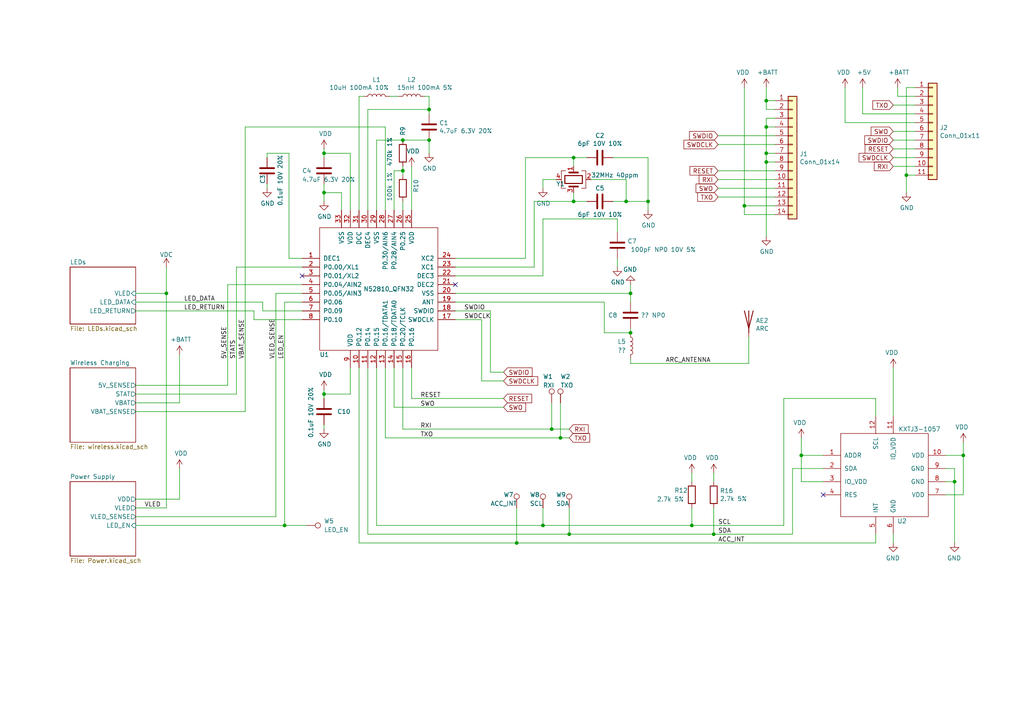
<source format=kicad_sch>
(kicad_sch (version 20211123) (generator eeschema)
  (paper "A4")
  (title_block (title "Pixels D20 Schematic, Main") (date "2021-06-23") (rev "2") (company "Systemic Games, LLC"))
  (lib_symbols
    (symbol "Connector_Generic:Conn_01x11" (pin_names (offset 1.016) hide)
      (property "Reference" "J" (at 0 15.24 0))
      (property "Value" "Conn_01x11" (at 0 -15.24 0))
      (symbol "Conn_01x11_1_1"
        (rectangle (start -1.27 -12.573) (end 0 -12.827) (stroke (width 0.1524)))
        (rectangle (start -1.27 -10.033) (end 0 -10.287) (stroke (width 0.1524)))
        (rectangle (start -1.27 -7.493) (end 0 -7.747) (stroke (width 0.1524)))
        (rectangle (start -1.27 -4.953) (end 0 -5.207) (stroke (width 0.1524)))
        (rectangle (start -1.27 -2.413) (end 0 -2.667) (stroke (width 0.1524)))
        (rectangle (start -1.27 0.127) (end 0 -0.127) (stroke (width 0.1524)))
        (rectangle (start -1.27 2.667) (end 0 2.413) (stroke (width 0.1524)))
        (rectangle (start -1.27 5.207) (end 0 4.953) (stroke (width 0.1524)))
        (rectangle (start -1.27 7.747) (end 0 7.493) (stroke (width 0.1524)))
        (rectangle (start -1.27 10.287) (end 0 10.033) (stroke (width 0.1524)))
        (rectangle (start -1.27 12.827) (end 0 12.573) (stroke (width 0.1524)))
        (rectangle (start -1.27 13.97) (end 1.27 -13.97) (stroke (width 0.254)) (fill (type background)))
        (pin passive line (at -5.08 12.7 0) (length 3.81) (name "Pin_1") (number "1"))
        (pin passive line (at -5.08 -10.16 0) (length 3.81) (name "Pin_10") (number "10"))
        (pin passive line (at -5.08 -12.7 0) (length 3.81) (name "Pin_11") (number "11"))
        (pin passive line (at -5.08 10.16 0) (length 3.81) (name "Pin_2") (number "2"))
        (pin passive line (at -5.08 7.62 0) (length 3.81) (name "Pin_3") (number "3"))
        (pin passive line (at -5.08 5.08 0) (length 3.81) (name "Pin_4") (number "4"))
        (pin passive line (at -5.08 2.54 0) (length 3.81) (name "Pin_5") (number "5"))
        (pin passive line (at -5.08 0 0) (length 3.81) (name "Pin_6") (number "6"))
        (pin passive line (at -5.08 -2.54 0) (length 3.81) (name "Pin_7") (number "7"))
        (pin passive line (at -5.08 -5.08 0) (length 3.81) (name "Pin_8") (number "8"))
        (pin passive line (at -5.08 -7.62 0) (length 3.81) (name "Pin_9") (number "9"))
      )
    )
    (symbol "Connector_Generic:Conn_01x14" (pin_names (offset 1.016) hide)
      (property "Reference" "J" (at 0 17.78 0))
      (property "Value" "Conn_01x14" (at 0 -20.32 0))
      (symbol "Conn_01x14_1_1"
        (rectangle (start -1.27 -17.653) (end 0 -17.907) (stroke (width 0.1524)))
        (rectangle (start -1.27 -15.113) (end 0 -15.367) (stroke (width 0.1524)))
        (rectangle (start -1.27 -12.573) (end 0 -12.827) (stroke (width 0.1524)))
        (rectangle (start -1.27 -10.033) (end 0 -10.287) (stroke (width 0.1524)))
        (rectangle (start -1.27 -7.493) (end 0 -7.747) (stroke (width 0.1524)))
        (rectangle (start -1.27 -4.953) (end 0 -5.207) (stroke (width 0.1524)))
        (rectangle (start -1.27 -2.413) (end 0 -2.667) (stroke (width 0.1524)))
        (rectangle (start -1.27 0.127) (end 0 -0.127) (stroke (width 0.1524)))
        (rectangle (start -1.27 2.667) (end 0 2.413) (stroke (width 0.1524)))
        (rectangle (start -1.27 5.207) (end 0 4.953) (stroke (width 0.1524)))
        (rectangle (start -1.27 7.747) (end 0 7.493) (stroke (width 0.1524)))
        (rectangle (start -1.27 10.287) (end 0 10.033) (stroke (width 0.1524)))
        (rectangle (start -1.27 12.827) (end 0 12.573) (stroke (width 0.1524)))
        (rectangle (start -1.27 15.367) (end 0 15.113) (stroke (width 0.1524)))
        (rectangle (start -1.27 16.51) (end 1.27 -19.05) (stroke (width 0.254)) (fill (type background)))
        (pin passive line (at -5.08 15.24 0) (length 3.81) (name "Pin_1") (number "1"))
        (pin passive line (at -5.08 -7.62 0) (length 3.81) (name "Pin_10") (number "10"))
        (pin passive line (at -5.08 -10.16 0) (length 3.81) (name "Pin_11") (number "11"))
        (pin passive line (at -5.08 -12.7 0) (length 3.81) (name "Pin_12") (number "12"))
        (pin passive line (at -5.08 -15.24 0) (length 3.81) (name "Pin_13") (number "13"))
        (pin passive line (at -5.08 -17.78 0) (length 3.81) (name "Pin_14") (number "14"))
        (pin passive line (at -5.08 12.7 0) (length 3.81) (name "Pin_2") (number "2"))
        (pin passive line (at -5.08 10.16 0) (length 3.81) (name "Pin_3") (number "3"))
        (pin passive line (at -5.08 7.62 0) (length 3.81) (name "Pin_4") (number "4"))
        (pin passive line (at -5.08 5.08 0) (length 3.81) (name "Pin_5") (number "5"))
        (pin passive line (at -5.08 2.54 0) (length 3.81) (name "Pin_6") (number "6"))
        (pin passive line (at -5.08 0 0) (length 3.81) (name "Pin_7") (number "7"))
        (pin passive line (at -5.08 -2.54 0) (length 3.81) (name "Pin_8") (number "8"))
        (pin passive line (at -5.08 -5.08 0) (length 3.81) (name "Pin_9") (number "9"))
      )
    )
    (symbol "Device:Antenna" (pin_numbers hide) (pin_names (offset 1.016) hide)
      (property "Reference" "AE" (at -1.905 1.905 0))
      (property "Value" "Antenna" (at -1.905 0 0))
      (symbol "Antenna_0_1"
        (polyline (pts (xy 0 2.54) (xy 0 -3.81)) (stroke (width 0.254)))
        (polyline (pts (xy 1.27 2.54) (xy 0 -2.54) (xy -1.27 2.54)) (stroke (width 0.254)))
      )
      (symbol "Antenna_1_1"
        (pin input line (at 0 -5.08 90) (length 2.54) (name "A") (number "1"))
      )
    )
    (symbol "Device:C" (pin_numbers hide) (pin_names (offset 0.254))
      (property "Reference" "C" (at 0.635 2.54 0))
      (property "Value" "C" (at 0.635 -2.54 0))
      (symbol "C_0_1"
        (polyline (pts (xy -2.032 -0.762) (xy 2.032 -0.762)) (stroke (width 0.508)))
        (polyline (pts (xy -2.032 0.762) (xy 2.032 0.762)) (stroke (width 0.508)))
      )
      (symbol "C_1_1"
        (pin passive line (at 0 3.81 270) (length 2.794) (name "~") (number "1"))
        (pin passive line (at 0 -3.81 90) (length 2.794) (name "~") (number "2"))
      )
    )
    (symbol "Device:Crystal_GND24" (pin_names (offset 1.016) hide)
      (property "Reference" "Y" (at 3.175 5.08 0))
      (property "Value" "Crystal_GND24" (at 3.175 3.175 0))
      (symbol "Crystal_GND24_0_1"
        (rectangle (start -1.143 2.54) (end 1.143 -2.54) (stroke (width 0.3048)))
        (polyline (pts (xy -2.54 0) (xy -2.032 0)))
        (polyline (pts (xy -2.032 -1.27) (xy -2.032 1.27)) (stroke (width 0.508)))
        (polyline (pts (xy 0 -3.81) (xy 0 -3.556)))
        (polyline (pts (xy 0 3.556) (xy 0 3.81)))
        (polyline (pts (xy 2.032 -1.27) (xy 2.032 1.27)) (stroke (width 0.508)))
        (polyline (pts (xy 2.032 0) (xy 2.54 0)))
        (polyline (pts (xy -2.54 -2.286) (xy -2.54 -3.556) (xy 2.54 -3.556) (xy 2.54 -2.286)))
        (polyline (pts (xy -2.54 2.286) (xy -2.54 3.556) (xy 2.54 3.556) (xy 2.54 2.286)))
      )
      (symbol "Crystal_GND24_1_1"
        (pin passive line (at -3.81 0 0) (length 1.27) (name "1") (number "1"))
        (pin passive line (at 0 5.08 270) (length 1.27) (name "2") (number "2"))
        (pin passive line (at 3.81 0 180) (length 1.27) (name "3") (number "3"))
        (pin passive line (at 0 -5.08 90) (length 1.27) (name "4") (number "4"))
      )
    )
    (symbol "Device:L" (pin_numbers hide) (pin_names (offset 1.016) hide)
      (property "Reference" "L" (at -1.27 0 90))
      (property "Value" "L" (at 1.905 0 90))
      (symbol "L_0_1"
        (arc (start 0 -2.54) (mid 0.635 -1.905) (end 0 -1.27))
        (arc (start 0 -1.27) (mid 0.635 -0.635) (end 0 0))
        (arc (start 0 0) (mid 0.635 0.635) (end 0 1.27))
        (arc (start 0 1.27) (mid 0.635 1.905) (end 0 2.54))
      )
      (symbol "L_1_1"
        (pin passive line (at 0 3.81 270) (length 1.27) (name "1") (number "1"))
        (pin passive line (at 0 -3.81 90) (length 1.27) (name "2") (number "2"))
      )
    )
    (symbol "Device:R" (pin_numbers hide) (pin_names (offset 0))
      (property "Reference" "R" (at 2.032 0 90))
      (property "Value" "R" (at 0 0 90))
      (symbol "R_0_1"
        (rectangle (start -1.016 -2.54) (end 1.016 2.54) (stroke (width 0.254)))
      )
      (symbol "R_1_1"
        (pin passive line (at 0 3.81 270) (length 1.27) (name "~") (number "1"))
        (pin passive line (at 0 -3.81 90) (length 1.27) (name "~") (number "2"))
      )
    )
    (symbol "Pixels-dice:KXTJ3-1057" (pin_names (offset 1.016))
      (property "Reference" "U" (at 10.16 -12.7 0))
      (property "Value" "KXTJ3-1057" (at 8.89 13.97 0))
      (symbol "KXTJ3-1057_0_1"
        (rectangle (start -12.7 12.7) (end 12.7 -11.43))
      )
      (symbol "KXTJ3-1057_1_1"
        (pin input line (at -17.78 6.35 0) (length 5.08) (name "ADDR") (number "1"))
        (pin power_in line (at 17.78 6.35 180) (length 5.08) (name "VDD") (number "10"))
        (pin power_in line (at 2.54 17.78 270) (length 5.08) (name "IO_VDD") (number "11"))
        (pin input line (at -2.54 17.78 270) (length 5.08) (name "SCL") (number "12"))
        (pin bidirectional line (at -17.78 2.54 0) (length 5.08) (name "SDA") (number "2"))
        (pin power_in line (at -17.78 -1.27 0) (length 5.08) (name "IO_VDD") (number "3"))
        (pin passive line (at -17.78 -5.08 0) (length 5.08) (name "RES") (number "4"))
        (pin output line (at -2.54 -16.51 90) (length 5.08) (name "INT") (number "5"))
        (pin power_in line (at 2.54 -16.51 90) (length 5.08) (name "GND") (number "6"))
        (pin power_in line (at 17.78 -5.08 180) (length 5.08) (name "VDD") (number "7"))
        (pin power_in line (at 17.78 -1.27 180) (length 5.08) (name "GND") (number "8"))
        (pin power_in line (at 17.78 2.54 180) (length 5.08) (name "GND") (number "9"))
      )
    )
    (symbol "Pixels-dice:N52810_QFN32" (pin_names (offset 1.016))
      (property "Reference" "U" (at 13.97 -19.05 0))
      (property "Value" "N52810_QFN32" (at 2.54 0 0))
      (symbol "N52810_QFN32_0_1"
        (rectangle (start -17.78 17.78) (end 16.51 -17.78))
      )
      (symbol "N52810_QFN32_1_1"
        (pin power_out line (at -22.86 8.89 0) (length 5.08) (name "DEC1") (number "1"))
        (pin bidirectional line (at -6.35 -22.86 90) (length 5.08) (name "P0.12") (number "10"))
        (pin bidirectional line (at -3.81 -22.86 90) (length 5.08) (name "P0.14") (number "11"))
        (pin bidirectional line (at -1.27 -22.86 90) (length 5.08) (name "P0.15") (number "12"))
        (pin bidirectional line (at 1.27 -22.86 90) (length 5.08) (name "P0.16/TDATA1") (number "13"))
        (pin bidirectional line (at 3.81 -22.86 90) (length 5.08) (name "P0.18/TDATA0") (number "14"))
        (pin bidirectional line (at 6.35 -22.86 90) (length 5.08) (name "P0.20/TCLK") (number "15"))
        (pin bidirectional line (at 8.89 -22.86 90) (length 5.08) (name "P0.16") (number "16"))
        (pin bidirectional line (at 21.59 -8.89 180) (length 5.08) (name "SWDCLK") (number "17"))
        (pin bidirectional line (at 21.59 -6.35 180) (length 5.08) (name "SWDIO") (number "18"))
        (pin output line (at 21.59 -3.81 180) (length 5.08) (name "ANT") (number "19"))
        (pin bidirectional line (at -22.86 6.35 0) (length 5.08) (name "P0.00/XL1") (number "2"))
        (pin output line (at 21.59 -1.27 180) (length 5.08) (name "VSS") (number "20"))
        (pin output line (at 21.59 1.27 180) (length 5.08) (name "DEC2") (number "21"))
        (pin output line (at 21.59 3.81 180) (length 5.08) (name "DEC3") (number "22"))
        (pin output line (at 21.59 6.35 180) (length 5.08) (name "XC1") (number "23"))
        (pin input line (at 21.59 8.89 180) (length 5.08) (name "XC2") (number "24"))
        (pin power_in line (at 8.89 22.86 270) (length 5.08) (name "VDD") (number "25"))
        (pin bidirectional line (at 6.35 22.86 270) (length 5.08) (name "P0.25") (number "26"))
        (pin bidirectional line (at 3.81 22.86 270) (length 5.08) (name "P0.28/AIN4") (number "27"))
        (pin bidirectional line (at 1.27 22.86 270) (length 5.08) (name "P0.30/AIN6") (number "28"))
        (pin power_in line (at -1.27 22.86 270) (length 5.08) (name "VSS") (number "29"))
        (pin bidirectional line (at -22.86 3.81 0) (length 5.08) (name "P0.01/XL2") (number "3"))
        (pin output line (at -3.81 22.86 270) (length 5.08) (name "DEC4") (number "30"))
        (pin output line (at -6.35 22.86 270) (length 5.08) (name "DCC") (number "31"))
        (pin power_in line (at -8.89 22.86 270) (length 5.08) (name "VDD") (number "32"))
        (pin power_in line (at -11.43 22.86 270) (length 5.08) (name "VSS") (number "33"))
        (pin bidirectional line (at -22.86 1.27 0) (length 5.08) (name "P0.04/AIN2") (number "4"))
        (pin bidirectional line (at -22.86 -1.27 0) (length 5.08) (name "P0.05/AIN3") (number "5"))
        (pin bidirectional line (at -22.86 -3.81 0) (length 5.08) (name "P0.06") (number "6"))
        (pin bidirectional line (at -22.86 -6.35 0) (length 5.08) (name "P0.09") (number "7"))
        (pin bidirectional line (at -22.86 -8.89 0) (length 5.08) (name "P0.10") (number "8"))
        (pin power_in line (at -8.89 -22.86 90) (length 5.08) (name "VDD") (number "9"))
      )
    )
    (symbol "Pixels-dice:TEST_1P-conn" (pin_numbers hide) (pin_names (offset 0.762) hide)
      (property "Reference" "W" (at 0 6.858 0))
      (property "Value" "TEST_1P-conn" (at 0 5.08 0))
      (symbol "TEST_1P-conn_0_1"
        (circle (center 0 3.302) (radius 0.762))
      )
      (symbol "TEST_1P-conn_1_1"
        (pin passive line (at 0 0 90) (length 2.54) (name "1") (number "1"))
      )
    )
    (symbol "power:+5V" (power) (pin_names (offset 0))
      (property "Value" "+5V" (at 0 3.556 0))
      (symbol "+5V_0_1"
        (polyline (pts (xy -0.762 1.27) (xy 0 2.54)))
        (polyline (pts (xy 0 0) (xy 0 2.54)))
        (polyline (pts (xy 0 2.54) (xy 0.762 1.27)))
      )
      (symbol "+5V_1_1"
        (pin power_in line (at 0 0 90) (length 0) hide (name "+5V") (number "1"))
      )
    )
    (symbol "power:+BATT" (power) (pin_names (offset 0))
      (property "Value" "+BATT" (at 0 3.556 0))
      (symbol "+BATT_0_1"
        (polyline (pts (xy -0.762 1.27) (xy 0 2.54)))
        (polyline (pts (xy 0 0) (xy 0 2.54)))
        (polyline (pts (xy 0 2.54) (xy 0.762 1.27)))
      )
      (symbol "+BATT_1_1"
        (pin power_in line (at 0 0 90) (length 0) hide (name "+BATT") (number "1"))
      )
    )
    (symbol "power:GND" (power) (pin_names (offset 0))
      (property "Value" "GND" (at 0 -3.81 0))
      (symbol "GND_0_1"
        (polyline (pts (xy 0 0) (xy 0 -1.27) (xy 1.27 -1.27) (xy 0 -2.54) (xy -1.27 -1.27) (xy 0 -1.27)))
      )
      (symbol "GND_1_1"
        (pin power_in line (at 0 0 270) (length 0) hide (name "GND") (number "1"))
      )
    )
    (symbol "power:VDC" (power) (pin_names (offset 0))
      (property "Value" "VDC" (at 0 6.35 0))
      (symbol "VDC_0_1"
        (polyline (pts (xy -0.762 1.27) (xy 0 2.54)))
        (polyline (pts (xy 0 0) (xy 0 2.54)))
        (polyline (pts (xy 0 2.54) (xy 0.762 1.27)))
      )
      (symbol "VDC_1_1"
        (pin power_in line (at 0 0 90) (length 0) hide (name "VDC") (number "1"))
      )
    )
    (symbol "power:VDD" (power) (pin_names (offset 0))
      (property "Value" "VDD" (at 0 3.81 0))
      (symbol "VDD_0_1"
        (polyline (pts (xy -0.762 1.27) (xy 0 2.54)))
        (polyline (pts (xy 0 0) (xy 0 2.54)))
        (polyline (pts (xy 0 2.54) (xy 0.762 1.27)))
      )
      (symbol "VDD_1_1"
        (pin power_in line (at 0 0 90) (length 0) hide (name "VDD") (number "1"))
      )
    )
  )
  (junction (at 279.4 132.08))
  (junction (at 182.88 96.52))
  (junction (at 181.61 58.42))
  (junction (at 276.86 139.7))
  (junction (at 93.98 55.88))
  (junction (at 93.98 44.45))
  (junction (at 124.46 40.64))
  (junction (at 116.84 49.53))
  (junction (at 262.89 50.8))
  (junction (at 166.37 58.42))
  (junction (at 149.86 157.48))
  (junction (at 165.1 154.94))
  (junction (at 207.01 154.94))
  (junction (at 222.25 36.83))
  (junction (at 93.98 114.3))
  (junction (at 124.46 31.75))
  (junction (at 182.88 85.09))
  (junction (at 82.55 152.4))
  (junction (at 222.25 44.45))
  (junction (at 116.84 40.64))
  (junction (at 222.25 29.21))
  (junction (at 187.96 58.42))
  (junction (at 222.25 46.99))
  (junction (at 48.26 85.09))
  (junction (at 162.56 127))
  (junction (at 232.41 132.08))
  (junction (at 215.9 59.69))
  (junction (at 157.48 152.4))
  (junction (at 160.02 124.46))
  (junction (at 200.66 152.4))
  (junction (at 166.37 45.72))
  (no_connect (at 132.08 82.55))
  (no_connect (at 238.76 143.51))
  (no_connect (at 87.63 80.01))
  (wire (pts (xy 99.06 55.88) (xy 93.98 55.88)))
  (wire (pts (xy 99.06 60.96) (xy 99.06 55.88)))
  (wire (pts (xy 222.25 34.29) (xy 222.25 36.83)))
  (wire (pts (xy 207.01 137.16) (xy 207.01 139.7)))
  (wire (pts (xy 87.63 77.47) (xy 68.58 77.47)))
  (wire (pts (xy 149.86 147.32) (xy 149.86 157.48)))
  (wire (pts (xy 73.66 92.71) (xy 73.66 90.17)))
  (wire (pts (xy 109.22 40.64) (xy 109.22 60.96)))
  (wire (pts (xy 181.61 52.07) (xy 181.61 58.42)))
  (wire (pts (xy 250.19 25.4) (xy 250.19 33.02)))
  (wire (pts (xy 154.94 77.47) (xy 154.94 58.42)))
  (wire (pts (xy 93.98 44.45) (xy 93.98 45.72)))
  (wire (pts (xy 232.41 139.7) (xy 232.41 132.08)))
  (wire (pts (xy 279.4 143.51) (xy 274.32 143.51)))
  (wire (pts (xy 101.6 44.45) (xy 93.98 44.45)))
  (wire (pts (xy 177.8 58.42) (xy 181.61 58.42)))
  (wire (pts (xy 157.48 80.01) (xy 132.08 80.01)))
  (wire (pts (xy 139.7 110.49) (xy 146.05 110.49)))
  (wire (pts (xy 132.08 74.93) (xy 152.4 74.93)))
  (wire (pts (xy 238.76 135.89) (xy 229.87 135.89)))
  (wire (pts (xy 207.01 147.32) (xy 207.01 154.94)))
  (wire (pts (xy 187.96 45.72) (xy 187.96 58.42)))
  (wire (pts (xy 224.79 46.99) (xy 222.25 46.99)))
  (wire (pts (xy 160.02 124.46) (xy 165.1 124.46)))
  (wire (pts (xy 166.37 45.72) (xy 170.18 45.72)))
  (wire (pts (xy 259.08 154.94) (xy 259.08 157.48)))
  (wire (pts (xy 39.37 114.3) (xy 68.58 114.3)))
  (wire (pts (xy 132.08 87.63) (xy 175.26 87.63)))
  (wire (pts (xy 208.28 41.91) (xy 224.79 41.91)))
  (wire (pts (xy 39.37 147.32) (xy 48.26 147.32)))
  (wire (pts (xy 215.9 59.69) (xy 215.9 62.23)))
  (wire (pts (xy 116.84 124.46) (xy 116.84 106.68)))
  (wire (pts (xy 162.56 127) (xy 165.1 127)))
  (wire (pts (xy 260.35 25.4) (xy 260.35 27.94)))
  (wire (pts (xy 71.12 36.83) (xy 111.76 36.83)))
  (wire (pts (xy 111.76 36.83) (xy 111.76 60.96)))
  (wire (pts (xy 262.89 25.4) (xy 262.89 50.8)))
  (wire (pts (xy 124.46 40.64) (xy 124.46 44.45)))
  (wire (pts (xy 39.37 111.76) (xy 66.04 111.76)))
  (wire (pts (xy 93.98 114.3) (xy 93.98 115.57)))
  (wire (pts (xy 80.01 85.09) (xy 87.63 85.09)))
  (wire (pts (xy 132.08 85.09) (xy 182.88 85.09)))
  (wire (pts (xy 259.08 40.64) (xy 265.43 40.64)))
  (wire (pts (xy 149.86 157.48) (xy 254 157.48)))
  (wire (pts (xy 66.04 82.55) (xy 66.04 111.76)))
  (wire (pts (xy 224.79 59.69) (xy 215.9 59.69)))
  (wire (pts (xy 274.32 139.7) (xy 276.86 139.7)))
  (wire (pts (xy 175.26 96.52) (xy 182.88 96.52)))
  (wire (pts (xy 152.4 74.93) (xy 152.4 45.72)))
  (wire (pts (xy 217.17 105.41) (xy 217.17 97.79)))
  (wire (pts (xy 182.88 104.14) (xy 182.88 105.41)))
  (wire (pts (xy 132.08 90.17) (xy 142.24 90.17)))
  (wire (pts (xy 76.2 90.17) (xy 87.63 90.17)))
  (wire (pts (xy 114.3 106.68) (xy 114.3 118.11)))
  (wire (pts (xy 101.6 60.96) (xy 101.6 44.45)))
  (wire (pts (xy 254 120.65) (xy 254 115.57)))
  (wire (pts (xy 222.25 31.75) (xy 224.79 31.75)))
  (wire (pts (xy 93.98 114.3) (xy 93.98 113.03)))
  (wire (pts (xy 142.24 107.95) (xy 146.05 107.95)))
  (wire (pts (xy 222.25 29.21) (xy 222.25 31.75)))
  (wire (pts (xy 161.29 52.07) (xy 157.48 52.07)))
  (wire (pts (xy 160.02 116.84) (xy 160.02 124.46)))
  (wire (pts (xy 259.08 45.72) (xy 265.43 45.72)))
  (wire (pts (xy 222.25 44.45) (xy 222.25 46.99)))
  (wire (pts (xy 124.46 31.75) (xy 124.46 33.02)))
  (wire (pts (xy 52.07 144.78) (xy 52.07 135.89)))
  (wire (pts (xy 104.14 60.96) (xy 104.14 27.94)))
  (wire (pts (xy 114.3 60.96) (xy 114.3 49.53)))
  (wire (pts (xy 123.19 27.94) (xy 124.46 27.94)))
  (wire (pts (xy 124.46 31.75) (xy 106.68 31.75)))
  (wire (pts (xy 165.1 154.94) (xy 207.01 154.94)))
  (wire (pts (xy 208.28 49.53) (xy 224.79 49.53)))
  (wire (pts (xy 232.41 132.08) (xy 238.76 132.08)))
  (wire (pts (xy 177.8 45.72) (xy 187.96 45.72)))
  (wire (pts (xy 222.25 36.83) (xy 222.25 44.45)))
  (wire (pts (xy 39.37 85.09) (xy 48.26 85.09)))
  (wire (pts (xy 274.32 135.89) (xy 276.86 135.89)))
  (wire (pts (xy 279.4 132.08) (xy 279.4 143.51)))
  (wire (pts (xy 114.3 49.53) (xy 116.84 49.53)))
  (wire (pts (xy 154.94 58.42) (xy 166.37 58.42)))
  (wire (pts (xy 76.2 87.63) (xy 76.2 90.17)))
  (wire (pts (xy 232.41 132.08) (xy 232.41 127)))
  (wire (pts (xy 101.6 114.3) (xy 93.98 114.3)))
  (wire (pts (xy 111.76 127) (xy 162.56 127)))
  (wire (pts (xy 227.33 115.57) (xy 227.33 152.4)))
  (wire (pts (xy 276.86 139.7) (xy 276.86 157.48)))
  (wire (pts (xy 200.66 137.16) (xy 200.66 139.7)))
  (wire (pts (xy 88.9 152.4) (xy 82.55 152.4)))
  (wire (pts (xy 222.25 34.29) (xy 224.79 34.29)))
  (wire (pts (xy 166.37 58.42) (xy 170.18 58.42)))
  (wire (pts (xy 215.9 62.23) (xy 224.79 62.23)))
  (wire (pts (xy 87.63 92.71) (xy 73.66 92.71)))
  (wire (pts (xy 222.25 46.99) (xy 222.25 68.58)))
  (wire (pts (xy 182.88 82.55) (xy 182.88 85.09)))
  (wire (pts (xy 116.84 124.46) (xy 160.02 124.46)))
  (wire (pts (xy 179.07 63.5) (xy 179.07 67.31)))
  (wire (pts (xy 262.89 55.88) (xy 262.89 50.8)))
  (wire (pts (xy 259.08 48.26) (xy 265.43 48.26)))
  (wire (pts (xy 119.38 106.68) (xy 119.38 115.57)))
  (wire (pts (xy 208.28 57.15) (xy 224.79 57.15)))
  (wire (pts (xy 157.48 152.4) (xy 200.66 152.4)))
  (wire (pts (xy 152.4 45.72) (xy 166.37 45.72)))
  (wire (pts (xy 39.37 144.78) (xy 52.07 144.78)))
  (wire (pts (xy 259.08 38.1) (xy 265.43 38.1)))
  (wire (pts (xy 109.22 106.68) (xy 109.22 152.4)))
  (wire (pts (xy 39.37 119.38) (xy 71.12 119.38)))
  (wire (pts (xy 124.46 27.94) (xy 124.46 31.75)))
  (wire (pts (xy 48.26 85.09) (xy 48.26 147.32)))
  (wire (pts (xy 200.66 152.4) (xy 227.33 152.4)))
  (wire (pts (xy 106.68 154.94) (xy 165.1 154.94)))
  (wire (pts (xy 119.38 48.26) (xy 119.38 60.96)))
  (wire (pts (xy 82.55 152.4) (xy 39.37 152.4)))
  (wire (pts (xy 208.28 54.61) (xy 224.79 54.61)))
  (wire (pts (xy 39.37 87.63) (xy 76.2 87.63)))
  (wire (pts (xy 87.63 82.55) (xy 66.04 82.55)))
  (wire (pts (xy 116.84 58.42) (xy 116.84 60.96)))
  (wire (pts (xy 116.84 40.64) (xy 124.46 40.64)))
  (wire (pts (xy 68.58 77.47) (xy 68.58 114.3)))
  (wire (pts (xy 104.14 27.94) (xy 105.41 27.94)))
  (wire (pts (xy 106.68 154.94) (xy 106.68 106.68)))
  (wire (pts (xy 250.19 33.02) (xy 265.43 33.02)))
  (wire (pts (xy 260.35 27.94) (xy 265.43 27.94)))
  (wire (pts (xy 104.14 157.48) (xy 149.86 157.48)))
  (wire (pts (xy 139.7 92.71) (xy 139.7 110.49)))
  (wire (pts (xy 39.37 149.86) (xy 80.01 149.86)))
  (wire (pts (xy 171.45 52.07) (xy 181.61 52.07)))
  (wire (pts (xy 93.98 44.45) (xy 93.98 43.18)))
  (wire (pts (xy 93.98 55.88) (xy 93.98 58.42)))
  (wire (pts (xy 48.26 85.09) (xy 48.26 77.47)))
  (wire (pts (xy 175.26 87.63) (xy 175.26 96.52)))
  (wire (pts (xy 82.55 87.63) (xy 82.55 152.4)))
  (wire (pts (xy 132.08 92.71) (xy 139.7 92.71)))
  (wire (pts (xy 165.1 147.32) (xy 165.1 154.94)))
  (wire (pts (xy 229.87 135.89) (xy 229.87 154.94)))
  (wire (pts (xy 224.79 44.45) (xy 222.25 44.45)))
  (wire (pts (xy 77.47 53.34) (xy 77.47 54.61)))
  (wire (pts (xy 146.05 115.57) (xy 119.38 115.57)))
  (wire (pts (xy 265.43 25.4) (xy 262.89 25.4)))
  (wire (pts (xy 116.84 49.53) (xy 116.84 50.8)))
  (wire (pts (xy 222.25 25.4) (xy 222.25 29.21)))
  (wire (pts (xy 162.56 116.84) (xy 162.56 127)))
  (wire (pts (xy 157.48 147.32) (xy 157.48 152.4)))
  (wire (pts (xy 83.82 44.45) (xy 77.47 44.45)))
  (wire (pts (xy 182.88 95.25) (xy 182.88 96.52)))
  (wire (pts (xy 182.88 105.41) (xy 217.17 105.41)))
  (wire (pts (xy 142.24 90.17) (xy 142.24 107.95)))
  (wire (pts (xy 109.22 40.64) (xy 116.84 40.64)))
  (wire (pts (xy 279.4 128.27) (xy 279.4 132.08)))
  (wire (pts (xy 87.63 74.93) (xy 83.82 74.93)))
  (wire (pts (xy 93.98 53.34) (xy 93.98 55.88)))
  (wire (pts (xy 157.48 63.5) (xy 157.48 80.01)))
  (wire (pts (xy 254 154.94) (xy 254 157.48)))
  (wire (pts (xy 106.68 31.75) (xy 106.68 60.96)))
  (wire (pts (xy 71.12 36.83) (xy 71.12 119.38)))
  (wire (pts (xy 181.61 58.42) (xy 187.96 58.42)))
  (wire (pts (xy 83.82 74.93) (xy 83.82 44.45)))
  (wire (pts (xy 259.08 43.18) (xy 265.43 43.18)))
  (wire (pts (xy 207.01 154.94) (xy 229.87 154.94)))
  (wire (pts (xy 245.11 25.4) (xy 245.11 35.56)))
  (wire (pts (xy 116.84 48.26) (xy 116.84 49.53)))
  (wire (pts (xy 245.11 35.56) (xy 265.43 35.56)))
  (wire (pts (xy 39.37 116.84) (xy 52.07 116.84)))
  (wire (pts (xy 182.88 85.09) (xy 182.88 87.63)))
  (wire (pts (xy 104.14 106.68) (xy 104.14 157.48)))
  (wire (pts (xy 179.07 74.93) (xy 179.07 77.47)))
  (wire (pts (xy 157.48 52.07) (xy 157.48 54.61)))
  (wire (pts (xy 113.03 27.94) (xy 115.57 27.94)))
  (wire (pts (xy 187.96 58.42) (xy 187.96 60.96)))
  (wire (pts (xy 166.37 55.88) (xy 166.37 58.42)))
  (wire (pts (xy 208.28 39.37) (xy 224.79 39.37)))
  (wire (pts (xy 82.55 87.63) (xy 87.63 87.63)))
  (wire (pts (xy 166.37 48.26) (xy 166.37 45.72)))
  (wire (pts (xy 39.37 90.17) (xy 73.66 90.17)))
  (wire (pts (xy 279.4 132.08) (xy 274.32 132.08)))
  (wire (pts (xy 254 115.57) (xy 227.33 115.57)))
  (wire (pts (xy 179.07 63.5) (xy 157.48 63.5)))
  (wire (pts (xy 238.76 139.7) (xy 232.41 139.7)))
  (wire (pts (xy 146.05 118.11) (xy 114.3 118.11)))
  (wire (pts (xy 262.89 50.8) (xy 265.43 50.8)))
  (wire (pts (xy 77.47 44.45) (xy 77.47 45.72)))
  (wire (pts (xy 224.79 36.83) (xy 222.25 36.83)))
  (wire (pts (xy 111.76 127) (xy 111.76 106.68)))
  (wire (pts (xy 259.08 30.48) (xy 265.43 30.48)))
  (wire (pts (xy 215.9 25.4) (xy 215.9 59.69)))
  (wire (pts (xy 276.86 135.89) (xy 276.86 139.7)))
  (wire (pts (xy 259.08 106.68) (xy 259.08 120.65)))
  (wire (pts (xy 222.25 29.21) (xy 224.79 29.21)))
  (wire (pts (xy 132.08 77.47) (xy 154.94 77.47)))
  (wire (pts (xy 200.66 147.32) (xy 200.66 152.4)))
  (wire (pts (xy 101.6 106.68) (xy 101.6 114.3)))
  (wire (pts (xy 52.07 102.87) (xy 52.07 116.84)))
  (wire (pts (xy 208.28 52.07) (xy 224.79 52.07)))
  (wire (pts (xy 80.01 85.09) (xy 80.01 149.86)))
  (wire (pts (xy 109.22 152.4) (xy 157.48 152.4)))
  (wire (pts (xy 93.98 123.19) (xy 93.98 124.46)))
  (label "VLED_SENSE" (at 80.01 104.14 90))
  (label "TXO" (at 121.92 127 0))
  (label "ACC_INT" (at 208.28 157.48 0))
  (label "SWDCLK" (at 134.62 92.71 0))
  (label "VBAT_SENSE" (at 71.12 104.14 90))
  (label "5V_SENSE" (at 66.04 104.14 90))
  (label "SDA" (at 208.28 154.94 0))
  (label "LED_EN" (at 82.55 104.14 90))
  (label "ARC_ANTENNA" (at 193.04 105.41 0))
  (label "RXI" (at 121.92 124.46 0))
  (label "SWDIO" (at 134.62 90.17 0))
  (label "SWO" (at 121.92 118.11 0))
  (label "LED_DATA" (at 53.34 87.63 0))
  (label "RESET" (at 121.92 115.57 0))
  (label "SCL" (at 208.28 152.4 0))
  (label "VLED" (at 41.91 147.32 0))
  (label "LED_RETURN" (at 53.34 90.17 0))
  (label "STATS" (at 68.58 104.14 90))
  (global_label "TXO" (shape input) (at 165.1 127 0) (property "Intersheet References" "${INTERSHEET_REFS}" (effects hide)))
  (global_label "RXI" (shape input) (at 259.08 48.26 180) (property "Intersheet References" "${INTERSHEET_REFS}" (effects hide)))
  (global_label "RESET" (shape input) (at 259.08 43.18 180) (property "Intersheet References" "${INTERSHEET_REFS}" (effects hide)))
  (global_label "RESET" (shape input) (at 208.28 49.53 180) (property "Intersheet References" "${INTERSHEET_REFS}" (effects hide)))
  (global_label "SWDIO" (shape input) (at 146.05 107.95 0) (property "Intersheet References" "${INTERSHEET_REFS}" (effects hide)))
  (global_label "RXI" (shape input) (at 208.28 52.07 180) (property "Intersheet References" "${INTERSHEET_REFS}" (effects hide)))
  (global_label "SWDCLK" (shape input) (at 259.08 45.72 180) (property "Intersheet References" "${INTERSHEET_REFS}" (effects hide)))
  (global_label "TXO" (shape input) (at 259.08 30.48 180) (property "Intersheet References" "${INTERSHEET_REFS}" (effects hide)))
  (global_label "SWO" (shape input) (at 146.05 118.11 0) (property "Intersheet References" "${INTERSHEET_REFS}" (effects hide)))
  (global_label "SWDCLK" (shape input) (at 146.05 110.49 0) (property "Intersheet References" "${INTERSHEET_REFS}" (effects hide)))
  (global_label "TXO" (shape input) (at 208.28 57.15 180) (property "Intersheet References" "${INTERSHEET_REFS}" (effects hide)))
  (global_label "RESET" (shape input) (at 146.05 115.57 0) (property "Intersheet References" "${INTERSHEET_REFS}" (effects hide)))
  (global_label "SWDIO" (shape input) (at 259.08 40.64 180) (property "Intersheet References" "${INTERSHEET_REFS}" (effects hide)))
  (global_label "SWO" (shape input) (at 208.28 54.61 180) (property "Intersheet References" "${INTERSHEET_REFS}" (effects hide)))
  (global_label "RXI" (shape input) (at 165.1 124.46 0) (property "Intersheet References" "${INTERSHEET_REFS}" (effects hide)))
  (global_label "SWDCLK" (shape input) (at 208.28 41.91 180) (property "Intersheet References" "${INTERSHEET_REFS}" (effects hide)))
  (global_label "SWO" (shape input) (at 259.08 38.1 180) (property "Intersheet References" "${INTERSHEET_REFS}" (effects hide)))
  (global_label "SWDIO" (shape input) (at 208.28 39.37 180) (property "Intersheet References" "${INTERSHEET_REFS}" (effects hide)))
  (symbol (lib_id "power:GND") (at 93.98 124.46 0) (unit 1)
    (property "Reference" "#PWR016" (effects hide))
    (property "Value" "GND" (at 94.107 128.8542 0))
  )
  (symbol (lib_id "power:VDD") (at 93.98 113.03 0) (unit 1)
    (property "Reference" "#PWR014" (effects hide))
    (property "Value" "VDD" (at 94.4118 108.6358 0))
  )
  (symbol (lib_id "Device:C") (at 93.98 119.38 0) (unit 1)
    (property "Reference" "C10" (at 97.79 119.38 0) (effects (justify left)))
    (property "Value" "0.1uF 10V 20%" (at 90.17 127 90) (effects (justify left)))
    (property "Footprint" "Capacitor_SMD:C_0402_1005Metric" (effects hide))
    (property "Generic OK" "YES" (effects hide))
    (property "Pixels Part Number" "SMD-C005" (effects hide))
    (property "Manufacturer" "Murata" (effects hide))
    (property "Manufacturer Part Number" "GRM155R61H104KE19D" (effects hide))
  )
  (symbol (lib_id "power:GND") (at 93.98 58.42 0) (unit 1)
    (property "Reference" "#PWR08" (effects hide))
    (property "Value" "GND" (at 94.107 62.8142 0))
  )
  (symbol (lib_id "power:VDD") (at 93.98 43.18 0) (unit 1)
    (property "Reference" "#PWR01" (effects hide))
    (property "Value" "VDD" (at 94.4118 38.7858 0))
  )
  (symbol (lib_id "Device:C") (at 93.98 49.53 0) (unit 1)
    (property "Reference" "C4" (at 87.63 49.53 0) (effects (justify left)))
    (property "Value" "4.7uF 6.3V 20%" (at 87.63 52.07 0) (effects (justify left)))
    (property "Footprint" "Capacitor_SMD:C_0402_1005Metric" (effects hide))
    (property "Generic OK" "YES" (effects hide))
    (property "Pixels Part Number" "SMD-C002" (effects hide))
    (property "Manufacturer" "Murata" (effects hide))
    (property "Manufacturer Part Number" "GRM155R60J475ME87D" (effects hide))
  )
  (symbol (lib_id "power:GND") (at 77.47 54.61 0) (unit 1)
    (property "Reference" "#PWR05" (effects hide))
    (property "Value" "GND" (at 77.597 59.0042 0))
  )
  (symbol (lib_id "Device:C") (at 77.47 49.53 0) (unit 1)
    (property "Reference" "C3" (at 76.2 53.34 90) (effects (justify left)))
    (property "Value" "0.1uF 10V 20%" (at 81.28 59.69 90) (effects (justify left)))
    (property "Footprint" "Capacitor_SMD:C_0402_1005Metric" (effects hide))
    (property "Generic OK" "YES" (effects hide))
    (property "Pixels Part Number" "SMD-C005" (effects hide))
    (property "Manufacturer" "Murata" (effects hide))
    (property "Manufacturer Part Number" "GRM155R61H104KE19D" (effects hide))
  )
  (symbol (lib_id "Device:L") (at 109.22 27.94 90) (unit 1)
    (property "Reference" "L1" (at 109.22 23.114 90))
    (property "Value" "10uH 100mA 10%" (at 104.14 25.4 90))
    (property "Footprint" "Inductor_SMD:L_0805_2012Metric" (effects hide))
    (property "Generic OK" "YES" (effects hide))
    (property "Pixels Part Number" "SMD-L001" (effects hide))
    (property "Manufacturer" "Taiyo Yuden" (effects hide))
    (property "Manufacturer Part Number" "LBR2012T100K" (effects hide))
  )
  (symbol (lib_id "Device:L") (at 119.38 27.94 90) (unit 1)
    (property "Reference" "L2" (at 119.38 23.114 90))
    (property "Value" "15nH 100mA 5%" (at 123.19 25.4 90))
    (property "Footprint" "Inductor_SMD:L_0402_1005Metric" (effects hide))
    (property "Generic OK" "YES" (effects hide))
    (property "Pixels Part Number" "SMD-L002" (effects hide))
    (property "Manufacturer" "Taiyo Yuden" (effects hide))
    (property "Manufacturer Part Number" "HK100515NJ-T" (effects hide))
  )
  (symbol (lib_id "Device:C") (at 124.46 36.83 0) (unit 1)
    (property "Reference" "C1" (at 127.381 35.6616 0) (effects (justify left)))
    (property "Value" "4.7uF 6.3V 20%" (at 127.381 37.973 0) (effects (justify left)))
    (property "Footprint" "Capacitor_SMD:C_0402_1005Metric" (effects hide))
    (property "Generic OK" "YES" (effects hide))
    (property "Pixels Part Number" "SMD-C002" (effects hide))
    (property "Manufacturer" "Murata" (effects hide))
    (property "Manufacturer Part Number" "GRM155R60J475ME87D" (effects hide))
  )
  (symbol (lib_id "power:GND") (at 124.46 44.45 0) (unit 1)
    (property "Reference" "#PWR03" (effects hide))
    (property "Value" "GND" (at 124.587 48.8442 0))
  )
  (symbol (lib_id "Device:Crystal_GND24") (at 166.37 52.07 270) (unit 1)
    (property "Reference" "Y1" (at 161.29 53.34 90) (effects (justify left)))
    (property "Value" "32MHz 40ppm" (at 171.45 50.8 90) (effects (justify left)))
    (property "Footprint" "Pixels-dice:Crystal_SMD_2016-4Pin_2.0x1.6mm" (effects hide))
    (property "Generic OK" "YES" (effects hide))
    (property "Manufacturer" "Murata" (effects hide))
    (property "Manufacturer Part Number" "XRCGB32M000F2P00R0" (effects hide))
    (property "Pixels Part Number" "SMD-Y001" (effects hide))
  )
  (symbol (lib_id "Device:C") (at 173.99 45.72 270) (unit 1)
    (property "Reference" "C2" (at 173.99 39.3192 90))
    (property "Value" "6pF 10V 10%" (at 173.99 41.6306 90))
    (property "Footprint" "Capacitor_SMD:C_0402_1005Metric" (effects hide))
    (property "Generic OK" "YES" (effects hide))
    (property "Pixels Part Number" "SMD-C001" (effects hide))
    (property "Manufacturer" "Murata" (effects hide))
    (property "Manufacturer Part Number" "GCM1555C1H6R0DA16D" (effects hide))
  )
  (symbol (lib_id "Device:C") (at 173.99 58.42 270) (unit 1)
    (property "Reference" "C5" (at 173.99 54.61 90))
    (property "Value" "6pF 10V 10%" (at 173.99 62.23 90))
    (property "Footprint" "Capacitor_SMD:C_0402_1005Metric" (effects hide))
    (property "Generic OK" "YES" (effects hide))
    (property "Pixels Part Number" "SMD-C001" (effects hide))
    (property "Manufacturer" "Murata" (effects hide))
    (property "Manufacturer Part Number" "GCM1555C1H6R0DA16D" (effects hide))
  )
  (symbol (lib_id "power:GND") (at 187.96 60.96 0) (unit 1)
    (property "Reference" "#PWR09" (effects hide))
    (property "Value" "GND" (at 188.087 65.3542 0))
  )
  (symbol (lib_id "power:GND") (at 179.07 77.47 0) (unit 1)
    (property "Reference" "#PWR011" (effects hide))
    (property "Value" "GND" (at 179.197 81.8642 0))
  )
  (symbol (lib_id "Device:C") (at 179.07 71.12 0) (unit 1)
    (property "Reference" "C7" (at 181.991 69.9516 0) (effects (justify left)))
    (property "Value" "100pF NP0 10V 5%" (at 182.88 72.39 0) (effects (justify left)))
    (property "Footprint" "Capacitor_SMD:C_0402_1005Metric" (effects hide))
    (property "Generic OK" "YES" (effects hide))
    (property "Pixels Part Number" "SMD-C003" (effects hide))
    (property "Manufacturer" "Kemet" (effects hide))
    (property "Manufacturer Part Number" "C0402C101J5GAC7411" (effects hide))
  )
  (symbol (lib_id "Device:C") (at 182.88 91.44 180) (unit 1)
    (property "Reference" "C8" (at 179.07 91.44 0) (effects (justify left)))
    (property "Value" "?? NP0" (at 193.04 91.44 0) (effects (justify left)))
    (property "Footprint" "Capacitor_SMD:C_0402_1005Metric" (effects hide))
    (property "Generic OK" "YES" (effects hide))
    (property "Pixels Part Number" "SMD-C004" (effects hide))
  )
  (symbol (lib_id "power:GND") (at 182.88 82.55 180) (unit 1)
    (property "Reference" "#PWR012" (effects hide))
    (property "Value" "GND" (at 182.753 78.1558 0))
  )
  (symbol (lib_id "power:GND") (at 157.48 54.61 0) (unit 1)
    (property "Reference" "#PWR06" (effects hide))
    (property "Value" "GND" (at 157.607 59.0042 0))
  )
  (symbol (lib_id "power:VDD") (at 52.07 135.89 0) (unit 1)
    (property "Reference" "#PWR021" (effects hide))
    (property "Value" "VDD" (at 52.5018 131.4958 0))
  )
  (symbol (lib_id "Pixels-dice:TEST_1P-conn") (at 160.02 116.84 0) (unit 1)
    (property "Reference" "W1" (at 157.48 109.22 0) (effects (justify left)))
    (property "Value" "RXI" (at 157.48 111.76 0) (effects (justify left)))
    (property "Footprint" "Pixels-dice:TEST_PIN" (effects hide))
  )
  (symbol (lib_id "Pixels-dice:TEST_1P-conn") (at 162.56 116.84 0) (unit 1)
    (property "Reference" "W2" (at 162.56 109.22 0) (effects (justify left)))
    (property "Value" "TXO" (at 162.56 111.76 0) (effects (justify left)))
    (property "Footprint" "Pixels-dice:TEST_PIN" (effects hide))
  )
  (symbol (lib_id "Pixels-dice:TEST_1P-conn") (at 88.9 152.4 270) (unit 1)
    (property "Reference" "W5" (at 93.98 151.13 90) (effects (justify left)))
    (property "Value" "LED_EN" (at 93.98 153.67 90) (effects (justify left)))
    (property "Footprint" "Pixels-dice:TEST_PIN" (effects hide))
  )
  (symbol (lib_id "Pixels-dice:TEST_1P-conn") (at 149.86 147.32 0) (unit 1)
    (property "Reference" "W7" (at 146.05 143.51 0) (effects (justify left)))
    (property "Value" "ACC_INT" (at 142.24 146.05 0) (effects (justify left)))
    (property "Footprint" "Pixels-dice:TEST_PIN" (effects hide))
  )
  (symbol (lib_id "Pixels-dice:TEST_1P-conn") (at 157.48 147.32 0) (unit 1)
    (property "Reference" "W8" (at 153.67 143.51 0) (effects (justify left)))
    (property "Value" "SCL" (at 153.67 146.05 0) (effects (justify left)))
    (property "Footprint" "Pixels-dice:TEST_PIN" (effects hide))
  )
  (symbol (lib_id "Pixels-dice:TEST_1P-conn") (at 165.1 147.32 0) (unit 1)
    (property "Reference" "W9" (at 161.29 143.51 0) (effects (justify left)))
    (property "Value" "SDA" (at 161.29 146.05 0) (effects (justify left)))
    (property "Footprint" "Pixels-dice:TEST_PIN" (effects hide))
  )
  (symbol (lib_id "Pixels-dice:N52810_QFN32") (at 110.49 83.82 0) (unit 1)
    (property "Reference" "U1" (at 92.71 102.87 0) (effects (justify left)))
    (property "Value" "N52810_QFN32" (at 105.41 83.82 0) (effects (justify left)))
    (property "Footprint" "Package_DFN_QFN:QFN-32-1EP_5x5mm_P0.5mm_EP3.1x3.1mm" (effects hide))
    (property "Generic OK" "NO" (effects hide))
    (property "Manufacturer" "Nordic Semiconductor" (effects hide))
    (property "Manufacturer Part Number" "NRF52810-QCAA-R" (effects hide))
    (property "Pixels Part Number" "SMD-U001" (effects hide))
  )
  (symbol (lib_id "power:VDD") (at 119.38 48.26 0) (unit 1)
    (property "Reference" "#PWR04" (effects hide))
    (property "Value" "VDD" (at 119.8118 43.8658 0))
  )
  (symbol (lib_id "Connector_Generic:Conn_01x14") (at 229.87 44.45 0) (unit 1)
    (property "Reference" "J1" (at 231.902 44.6532 0) (effects (justify left)))
    (property "Value" "Conn_01x14" (at 231.902 46.9646 0) (effects (justify left)))
    (property "Footprint" "Pixels-dice:FPC_14" (effects hide))
  )
  (symbol (lib_id "power:+BATT") (at 222.25 25.4 0) (unit 1)
    (property "Reference" "#PWR07" (effects hide))
    (property "Value" "+BATT" (at 222.631 21.0058 0))
  )
  (symbol (lib_id "power:VDD") (at 215.9 25.4 0) (mirror y) (unit 1)
    (property "Reference" "#PWR02" (effects hide))
    (property "Value" "VDD" (at 215.4682 21.0058 0))
  )
  (symbol (lib_id "power:GND") (at 222.25 68.58 0) (unit 1)
    (property "Reference" "#PWR013" (effects hide))
    (property "Value" "GND" (at 222.377 72.9742 0))
  )
  (symbol (lib_id "Device:R") (at 116.84 54.61 0) (unit 1)
    (property "Reference" "R10" (at 120.65 55.88 90) (effects (justify left)))
    (property "Value" "100k 1%" (at 113.03 58.42 90) (effects (justify left)))
    (property "Footprint" "Resistor_SMD:R_0402_1005Metric" (effects hide))
    (property "Generic OK" "YES" (effects hide))
    (property "Pixels Part Number" "SMD-R006" (effects hide))
    (property "Manufacturer" "Vishay" (effects hide))
    (property "Manufacturer Part Number" "CRCW0402100KFKEDC" (effects hide))
  )
  (symbol (lib_id "Device:R") (at 116.84 44.45 0) (unit 1)
    (property "Reference" "R9" (at 116.84 39.37 90) (effects (justify left)))
    (property "Value" "470k 1%" (at 113.03 48.26 90) (effects (justify left)))
    (property "Footprint" "Resistor_SMD:R_0402_1005Metric" (effects hide))
    (property "Generic OK" "YES" (effects hide))
    (property "Pixels Part Number" "SMD-R006" (effects hide))
  )
  (symbol (lib_id "Connector_Generic:Conn_01x11") (at 270.51 38.1 0) (unit 1)
    (property "Reference" "J2" (at 272.542 37.0332 0) (effects (justify left)))
    (property "Value" "Conn_01x11" (at 272.542 39.3446 0) (effects (justify left)))
    (property "Footprint" "Pixels-dice:FPC-POGO-11" (effects hide))
  )
  (symbol (lib_id "power:+BATT") (at 260.35 25.4 0) (unit 1)
    (property "Reference" "#PWR022" (effects hide))
    (property "Value" "+BATT" (at 260.731 21.0058 0))
  )
  (symbol (lib_id "power:VDD") (at 245.11 25.4 0) (mirror y) (unit 1)
    (property "Reference" "#PWR018" (effects hide))
    (property "Value" "VDD" (at 244.6782 21.0058 0))
  )
  (symbol (lib_id "power:GND") (at 262.89 55.88 0) (unit 1)
    (property "Reference" "#PWR024" (effects hide))
    (property "Value" "GND" (at 263.017 60.2742 0))
  )
  (symbol (lib_id "power:+5V") (at 250.19 25.4 0) (unit 1)
    (property "Reference" "#PWR017" (effects hide))
    (property "Value" "+5V" (at 250.571 21.0058 0))
  )
  (symbol (lib_id "Device:L") (at 182.88 100.33 0) (unit 1)
    (property "Reference" "L5" (at 180.34 99.06 0))
    (property "Value" "??" (at 180.34 101.6 0))
    (property "Footprint" "Inductor_SMD:L_0402_1005Metric" (effects hide))
    (property "Generic OK" "YES" (effects hide))
  )
  (symbol (lib_id "Device:Antenna") (at 217.17 92.71 0) (unit 1)
    (property "Reference" "AE2" (at 219.202 92.9894 0) (effects (justify left)))
    (property "Value" "ARC" (at 219.202 95.3008 0) (effects (justify left)))
    (property "Footprint" "Pixels-dice:ARC_Antenna" (effects hide))
  )
  (symbol (lib_id "Device:R") (at 200.66 143.51 0) (unit 1)
    (property "Reference" "R12" (at 195.58 142.24 0) (effects (justify left)))
    (property "Value" "2.7k 5%" (at 190.5 144.78 0) (effects (justify left)))
    (property "Footprint" "Resistor_SMD:R_0402_1005Metric" (effects hide))
    (property "Generic OK" "YES" (effects hide))
    (property "Manufacturer" "Yageo" (effects hide))
    (property "Manufacturer Part Number" "RC0402JR-072K7L" (effects hide))
    (property "Pixels Part Number" "SMD-R021" (effects hide))
  )
  (symbol (lib_id "Device:R") (at 207.01 143.51 0) (unit 1)
    (property "Reference" "R16" (at 208.788 142.3416 0) (effects (justify left)))
    (property "Value" "2.7k 5%" (at 208.788 144.653 0) (effects (justify left)))
    (property "Footprint" "Resistor_SMD:R_0402_1005Metric" (effects hide))
    (property "Generic OK" "YES" (effects hide))
    (property "Manufacturer" "Yageo" (effects hide))
    (property "Manufacturer Part Number" "RC0402JR-072K7L" (effects hide))
    (property "Pixels Part Number" "SMD-R021" (effects hide))
  )
  (symbol (lib_id "power:VDD") (at 207.01 137.16 0) (mirror y) (unit 1)
    (property "Reference" "#PWR046" (effects hide))
    (property "Value" "VDD" (at 206.5782 132.7658 0))
  )
  (symbol (lib_id "power:VDD") (at 200.66 137.16 0) (mirror y) (unit 1)
    (property "Reference" "#PWR045" (effects hide))
    (property "Value" "VDD" (at 200.2282 132.7658 0))
  )
  (symbol (lib_id "Pixels-dice:KXTJ3-1057") (at 256.54 138.43 0) (unit 1)
    (property "Reference" "U2" (at 261.62 151.13 0))
    (property "Value" "KXTJ3-1057" (at 266.7 124.46 0))
    (property "Footprint" "Package_LGA:LGA-12_2x2mm_P0.5mm" (effects hide))
    (property "Manufacturer" "Kionix" (effects hide))
    (property "Manufacturer Part Number" "KXTJ3-1057" (effects hide))
    (property "Pixels Part Number" "SMD-U002-ALT1" (effects hide))
  )
  (symbol (lib_id "power:VDD") (at 279.4 128.27 0) (mirror y) (unit 1)
    (property "Reference" "#PWR037" (effects hide))
    (property "Value" "VDD" (at 278.9682 123.8758 0))
  )
  (symbol (lib_id "power:GND") (at 259.08 157.48 0) (mirror y) (unit 1)
    (property "Reference" "#PWR047" (effects hide))
    (property "Value" "GND" (at 258.953 161.8742 0))
  )
  (symbol (lib_id "power:GND") (at 276.86 157.48 0) (mirror y) (unit 1)
    (property "Reference" "#PWR048" (effects hide))
    (property "Value" "GND" (at 276.733 161.8742 0))
  )
  (symbol (lib_id "power:VDD") (at 259.08 106.68 0) (mirror y) (unit 1)
    (property "Reference" "#PWR015" (effects hide))
    (property "Value" "VDD" (at 258.6482 102.2858 0))
  )
  (symbol (lib_id "power:VDD") (at 232.41 127 0) (mirror y) (unit 1)
    (property "Reference" "#PWR023" (effects hide))
    (property "Value" "VDD" (at 231.9782 122.6058 0))
  )
  (symbol (lib_id "power:VDC") (at 48.26 77.47 0) (unit 1)
    (property "Reference" "#PWR010" (effects hide))
    (property "Value" "VDC" (at 48.26 73.8655 0))
  )
  (symbol (lib_id "power:+BATT") (at 52.07 102.87 0) (unit 1)
    (property "Reference" "#PWR0143" (effects hide))
    (property "Value" "+BATT" (at 52.451 98.4758 0))
  )
  (sheet (at 20.32 139.7) (size 19.05 21.59)
    (property "Sheet name" "Power Supply" (at 20.32 138.9884 0) (effects (justify left bottom)))
    (property "Sheet file" "Power.kicad_sch" (at 20.32 161.8746 0) (effects (justify left top)))
    (pin "VDD" output (at 39.37 144.78 0))
    (pin "VLED" output (at 39.37 147.32 0))
    (pin "LED_EN" input (at 39.37 152.4 0))
    (pin "VLED_SENSE" output (at 39.37 149.86 0))
  )
  (sheet (at 20.32 77.47) (size 19.05 16.51)
    (property "Sheet name" "LEDs" (at 20.32 76.7584 0) (effects (justify left bottom)))
    (property "Sheet file" "LEDs.kicad_sch" (at 20.32 94.5646 0) (effects (justify left top)))
    (pin "VLED" input (at 39.37 85.09 0))
    (pin "LED_DATA" input (at 39.37 87.63 0))
    (pin "LED_RETURN" output (at 39.37 90.17 0))
  )
  (sheet (at 20.32 106.68) (size 19.05 21.59) (stroke (width 0.1524))
    (property "Sheet name" "Wireless Charging" (at 20.32 105.9684 0) (effects (justify left bottom)))
    (property "Sheet file" "wireless.kicad_sch" (at 20.32 128.8546 0) (effects (justify left top)))
    (pin "VBAT" output (at 39.37 116.84 0))
    (pin "STAT" output (at 39.37 114.3 0))
    (pin "5V_SENSE" output (at 39.37 111.76 0))
    (pin "VBAT_SENSE" output (at 39.37 119.38 0))
  )
)
</source>
